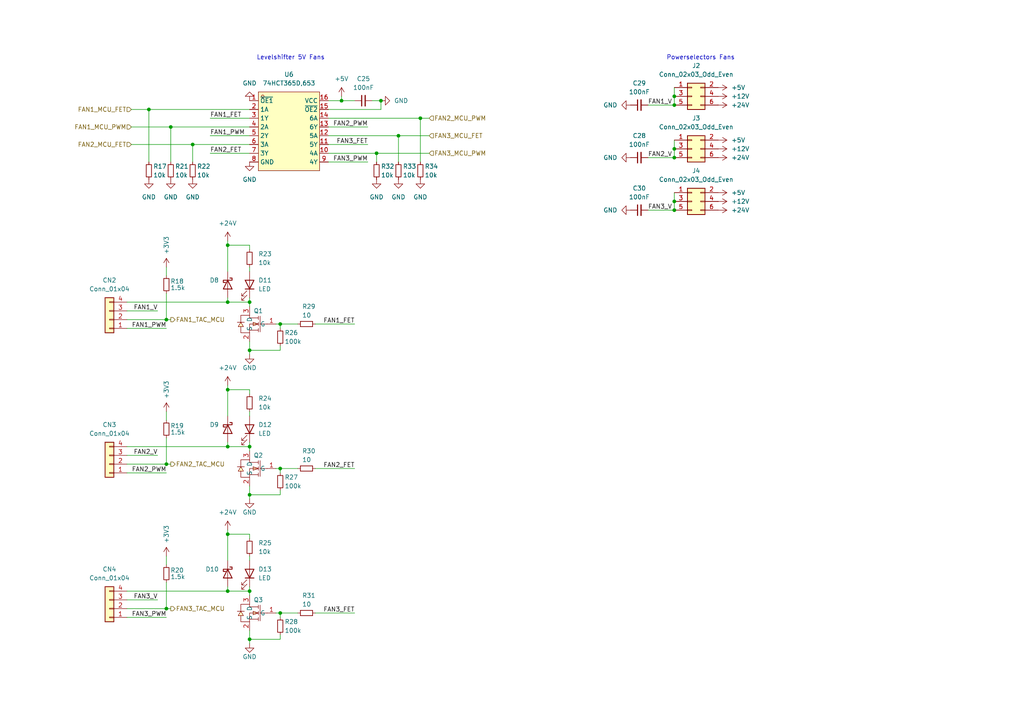
<source format=kicad_sch>
(kicad_sch (version 20250114) (generator "eeschema") (generator_version "9.0")
  (paper "A4")
  (lib_symbols
    (symbol "Connector_Generic:Conn_01x04" (pin_names (offset 1.016) (hide yes))
      (property "Reference" "J" (at 0 5.08 0))
      (property "Value" "Conn_01x04" (at 0 -7.62 0))
      (symbol "Conn_01x04_1_1"
        (rectangle (start -1.27 3.81) (end 1.27 -6.35) (stroke (width 0.254)) (fill (type background)))
        (rectangle (start -1.27 2.667) (end 0 2.413) (stroke (width 0.1524)))
        (rectangle (start -1.27 0.127) (end 0 -0.127) (stroke (width 0.1524)))
        (rectangle (start -1.27 -2.413) (end 0 -2.667) (stroke (width 0.1524)))
        (rectangle (start -1.27 -4.953) (end 0 -5.207) (stroke (width 0.1524)))
        (pin passive line (at -5.08 2.54 0) (length 3.81) (name "Pin_1") (number "1"))
        (pin passive line (at -5.08 0 0) (length 3.81) (name "Pin_2") (number "2"))
        (pin passive line (at -5.08 -2.54 0) (length 3.81) (name "Pin_3") (number "3"))
        (pin passive line (at -5.08 -5.08 0) (length 3.81) (name "Pin_4") (number "4"))
      )
    )
    (symbol "Connector_Generic:Conn_02x03_Odd_Even" (pin_names (offset 1.016) (hide yes))
      (property "Reference" "J" (at 1.27 5.08 0))
      (property "Value" "Conn_02x03_Odd_Even" (at 1.27 -5.08 0))
      (symbol "Conn_02x03_Odd_Even_1_1"
        (rectangle (start -1.27 3.81) (end 3.81 -3.81) (stroke (width 0.254)) (fill (type background)))
        (rectangle (start -1.27 2.667) (end 0 2.413) (stroke (width 0.1524)))
        (rectangle (start -1.27 0.127) (end 0 -0.127) (stroke (width 0.1524)))
        (rectangle (start -1.27 -2.413) (end 0 -2.667) (stroke (width 0.1524)))
        (rectangle (start 3.81 2.667) (end 2.54 2.413) (stroke (width 0.1524)))
        (rectangle (start 3.81 0.127) (end 2.54 -0.127) (stroke (width 0.1524)))
        (rectangle (start 3.81 -2.413) (end 2.54 -2.667) (stroke (width 0.1524)))
        (pin passive line (at -5.08 2.54 0) (length 3.81) (name "Pin_1") (number "1"))
        (pin passive line (at -5.08 0 0) (length 3.81) (name "Pin_3") (number "3"))
        (pin passive line (at -5.08 -2.54 0) (length 3.81) (name "Pin_5") (number "5"))
        (pin passive line (at 7.62 2.54 180) (length 3.81) (name "Pin_2") (number "2"))
        (pin passive line (at 7.62 0 180) (length 3.81) (name "Pin_4") (number "4"))
        (pin passive line (at 7.62 -2.54 180) (length 3.81) (name "Pin_6") (number "6"))
      )
    )
    (symbol "Device:C_Small" (pin_numbers (hide yes)) (pin_names (offset 0.254) (hide yes))
      (property "Reference" "C" (at 0.254 1.778 0))
      (property "Value" "C_Small" (at 0.254 -2.032 0))
      (symbol "C_Small_0_1"
        (polyline (pts (xy -1.524 0.508) (xy 1.524 0.508)) (stroke (width 0.3048)))
        (polyline (pts (xy -1.524 -0.508) (xy 1.524 -0.508)) (stroke (width 0.3302)))
      )
      (symbol "C_Small_1_1"
        (pin passive line (at 0 2.54 270) (length 2.032) (name "~") (number "1"))
        (pin passive line (at 0 -2.54 90) (length 2.032) (name "~") (number "2"))
      )
    )
    (symbol "Device:D_Schottky" (pin_numbers (hide yes)) (pin_names (offset 1.016) (hide yes))
      (property "Reference" "D" (at 0 2.54 0))
      (property "Value" "D_Schottky" (at 0 -2.54 0))
      (symbol "D_Schottky_0_1"
        (polyline (pts (xy -1.905 0.635) (xy -1.905 1.27) (xy -1.27 1.27) (xy -1.27 -1.27) (xy -0.635 -1.27) (xy -0.635 -0.635)) (stroke (width 0.254)))
        (polyline (pts (xy 1.27 1.27) (xy 1.27 -1.27) (xy -1.27 0) (xy 1.27 1.27)) (stroke (width 0.254)))
        (polyline (pts (xy 1.27 0) (xy -1.27 0)))
      )
      (symbol "D_Schottky_1_1"
        (pin passive line (at -3.81 0 0) (length 2.54) (name "K") (number "1"))
        (pin passive line (at 3.81 0 180) (length 2.54) (name "A") (number "2"))
      )
    )
    (symbol "Device:LED" (pin_numbers (hide yes)) (pin_names (offset 1.016) (hide yes))
      (property "Reference" "D" (at 0 2.54 0))
      (property "Value" "LED" (at 0 -2.54 0))
      (symbol "LED_0_1"
        (polyline (pts (xy -3.048 -0.762) (xy -4.572 -2.286) (xy -3.81 -2.286) (xy -4.572 -2.286) (xy -4.572 -1.524)))
        (polyline (pts (xy -1.778 -0.762) (xy -3.302 -2.286) (xy -2.54 -2.286) (xy -3.302 -2.286) (xy -3.302 -1.524)))
        (polyline (pts (xy -1.27 0) (xy 1.27 0)))
        (polyline (pts (xy -1.27 -1.27) (xy -1.27 1.27)) (stroke (width 0.254)))
        (polyline (pts (xy 1.27 -1.27) (xy 1.27 1.27) (xy -1.27 0) (xy 1.27 -1.27)) (stroke (width 0.254)))
      )
      (symbol "LED_1_1"
        (pin passive line (at -3.81 0 0) (length 2.54) (name "K") (number "1"))
        (pin passive line (at 3.81 0 180) (length 2.54) (name "A") (number "2"))
      )
    )
    (symbol "Device:R_Small" (pin_numbers (hide yes)) (pin_names (offset 0.254) (hide yes))
      (property "Reference" "R" (at 0.762 0.508 0))
      (property "Value" "R_Small" (at 0.762 -1.016 0))
      (symbol "R_Small_0_1"
        (rectangle (start -0.762 1.778) (end 0.762 -1.778) (stroke (width 0.2032)))
      )
      (symbol "R_Small_1_1"
        (pin passive line (at 0 2.54 270) (length 0.762) (name "~") (number "1"))
        (pin passive line (at 0 -2.54 90) (length 0.762) (name "~") (number "2"))
      )
    )
    (symbol "easyeda2kicad:74HCT365D,653"
      (property "Reference" "U" (at 0 13.97 0))
      (property "Value" "74HCT365D,653" (at 0 -13.97 0))
      (symbol "74HCT365D,653_0_1"
        (rectangle (start -8.89 11.43) (end 8.89 -11.43) (fill (type background)))
        (circle (center -7.62 10.16) (radius 0.38))
        (pin unspecified line (at -11.43 8.89 0) (length 2.54) (name "~{OE1}") (number "1"))
        (pin unspecified line (at -11.43 6.35 0) (length 2.54) (name "1A") (number "2"))
        (pin unspecified line (at -11.43 3.81 0) (length 2.54) (name "1Y") (number "3"))
        (pin unspecified line (at -11.43 1.27 0) (length 2.54) (name "2A") (number "4"))
        (pin unspecified line (at -11.43 -1.27 0) (length 2.54) (name "2Y") (number "5"))
        (pin unspecified line (at -11.43 -3.81 0) (length 2.54) (name "3A") (number "6"))
        (pin unspecified line (at -11.43 -6.35 0) (length 2.54) (name "3Y") (number "7"))
        (pin unspecified line (at -11.43 -8.89 0) (length 2.54) (name "GND") (number "8"))
        (pin unspecified line (at 11.43 8.89 180) (length 2.54) (name "VCC") (number "16"))
        (pin unspecified line (at 11.43 6.35 180) (length 2.54) (name "~{OE2}") (number "15"))
        (pin unspecified line (at 11.43 3.81 180) (length 2.54) (name "6A") (number "14"))
        (pin unspecified line (at 11.43 1.27 180) (length 2.54) (name "6Y") (number "13"))
        (pin unspecified line (at 11.43 -1.27 180) (length 2.54) (name "5A") (number "12"))
        (pin unspecified line (at 11.43 -3.81 180) (length 2.54) (name "5Y") (number "11"))
        (pin unspecified line (at 11.43 -6.35 180) (length 2.54) (name "4A") (number "10"))
        (pin unspecified line (at 11.43 -8.89 180) (length 2.54) (name "4Y") (number "9"))
      )
    )
    (symbol "easyeda2kicad:PNMT30V6"
      (property "Reference" "Q" (at 0 10.16 0))
      (property "Value" "PNMT30V6" (at 0 -10.16 0))
      (symbol "PNMT30V6_0_1"
        (polyline (pts (xy -5.08 0) (xy -3.05 0)))
        (polyline (pts (xy -3.05 2.29) (xy -3.05 -2.29)))
        (polyline (pts (xy -2.54 2.29) (xy -2.54 1.27)))
        (polyline (pts (xy -2.54 1.78) (xy 0 1.78) (xy 0 2.54) (xy 2.54 2.54) (xy 2.54 0.51)))
        (polyline (pts (xy -2.54 0) (xy -1.02 -0.51) (xy -1.02 0.51) (xy -2.54 0)) (fill (type background)))
        (polyline (pts (xy -2.54 0) (xy 0 0) (xy 0 -2.54) (xy 2.54 -2.54) (xy 2.54 -0.76)))
        (polyline (pts (xy -2.54 -0.51) (xy -2.54 0.51)))
        (polyline (pts (xy -2.54 -2.29) (xy -2.54 -1.27)))
        (polyline (pts (xy 0 -1.78) (xy -2.54 -1.78)))
        (polyline (pts (xy 2.54 0.51) (xy 1.78 -0.76) (xy 3.3 -0.76) (xy 2.54 0.51)) (fill (type background)))
        (polyline (pts (xy 3.56 0.51) (xy 3.05 0.51) (xy 2.03 0.51) (xy 1.52 0.51)))
        (pin unspecified line (at -7.62 0 0) (length 2.54) (name "G") (number "1"))
        (pin unspecified line (at 0 5.08 270) (length 2.54) (name "D") (number "3"))
        (pin unspecified line (at 0 -5.08 90) (length 2.54) (name "S") (number "2"))
      )
    )
    (symbol "power:+24V" (power) (pin_numbers (hide yes)) (pin_names (offset 0) (hide yes))
      (property "Value" "+24V" (at 0 3.556 0))
      (symbol "+24V_0_1"
        (polyline (pts (xy -0.762 1.27) (xy 0 2.54)))
        (polyline (pts (xy 0 2.54) (xy 0.762 1.27)))
        (polyline (pts (xy 0 0) (xy 0 2.54)))
      )
      (symbol "+24V_1_1"
        (pin power_in line (at 0 0 90) (length 0) (name "~") (number "1"))
      )
    )
    (symbol "power:+3V3" (power) (pin_names (offset 0))
      (property "Value" "+3V3" (at 0 3.556 0))
      (symbol "+3V3_0_1"
        (polyline (pts (xy -0.762 1.27) (xy 0 2.54)))
        (polyline (pts (xy 0 2.54) (xy 0.762 1.27)))
        (polyline (pts (xy 0 0) (xy 0 2.54)))
      )
      (symbol "+3V3_1_1"
        (pin power_in line (at 0 0 90) (length 0) (hide yes) (name "+3V3") (number "1"))
      )
    )
    (symbol "power:+5V" (power) (pin_names (offset 0))
      (property "Value" "+5V" (at 0 3.556 0))
      (symbol "+5V_0_1"
        (polyline (pts (xy -0.762 1.27) (xy 0 2.54)))
        (polyline (pts (xy 0 2.54) (xy 0.762 1.27)))
        (polyline (pts (xy 0 0) (xy 0 2.54)))
      )
      (symbol "+5V_1_1"
        (pin power_in line (at 0 0 90) (length 0) (hide yes) (name "+5V") (number "1"))
      )
    )
    (symbol "power:GND" (power) (pin_names (offset 0))
      (property "Value" "GND" (at 0 -3.81 0))
      (symbol "GND_0_1"
        (polyline (pts (xy 0 0) (xy 0 -1.27) (xy 1.27 -1.27) (xy 0 -2.54) (xy -1.27 -1.27) (xy 0 -1.27)))
      )
      (symbol "GND_1_1"
        (pin power_in line (at 0 0 270) (length 0) (hide yes) (name "GND") (number "1"))
      )
    )
  )
  (text "Powerselectors Fans" (at 193.294 17.526 0) (effects (font (size 1.27 1.27)) (justify left bottom)))
  (text "Levelshifter 5V Fans" (at 74.422 17.526 0) (effects (font (size 1.27 1.27)) (justify left bottom)))
  (junction (at 72.39 87.63))
  (junction (at 115.57 39.37))
  (junction (at 195.58 58.42))
  (junction (at 195.58 60.96))
  (junction (at 121.92 34.29))
  (junction (at 99.06 29.21))
  (junction (at 195.58 45.72))
  (junction (at 66.04 171.45))
  (junction (at 72.39 143.51))
  (junction (at 55.88 41.91))
  (junction (at 195.58 43.18))
  (junction (at 81.28 93.98))
  (junction (at 43.18 31.75))
  (junction (at 81.28 135.89))
  (junction (at 66.04 129.54))
  (junction (at 49.53 36.83))
  (junction (at 110.49 29.21))
  (junction (at 72.39 185.42))
  (junction (at 81.28 177.8))
  (junction (at 66.04 154.94))
  (junction (at 66.04 87.63))
  (junction (at 48.26 134.62))
  (junction (at 48.26 92.71))
  (junction (at 48.26 176.53))
  (junction (at 195.58 27.94))
  (junction (at 72.39 171.45))
  (junction (at 66.04 71.12))
  (junction (at 72.39 129.54))
  (junction (at 109.22 44.45))
  (junction (at 72.39 101.6))
  (junction (at 195.58 30.48))
  (junction (at 66.04 113.03))
  (wire (pts (xy 66.04 128.27) (xy 66.04 129.54)))
  (wire (pts (xy 195.58 55.88) (xy 195.58 58.42)))
  (wire (pts (xy 38.1 31.75) (xy 43.18 31.75)))
  (wire (pts (xy 55.88 41.91) (xy 72.39 41.91)))
  (wire (pts (xy 72.39 182.88) (xy 72.39 185.42)))
  (wire (pts (xy 72.39 140.97) (xy 72.39 143.51)))
  (wire (pts (xy 72.39 87.63) (xy 72.39 88.9)))
  (wire (pts (xy 99.06 27.94) (xy 99.06 29.21)))
  (wire (pts (xy 48.26 127) (xy 48.26 134.62)))
  (wire (pts (xy 48.26 176.53) (xy 49.53 176.53)))
  (wire (pts (xy 36.83 129.54) (xy 66.04 129.54)))
  (wire (pts (xy 66.04 71.12) (xy 66.04 78.74)))
  (wire (pts (xy 107.95 29.21) (xy 110.49 29.21)))
  (wire (pts (xy 195.58 25.4) (xy 195.58 27.94)))
  (wire (pts (xy 95.25 31.75) (xy 110.49 31.75)))
  (wire (pts (xy 66.04 170.18) (xy 66.04 171.45)))
  (wire (pts (xy 81.28 179.07) (xy 81.28 177.8)))
  (wire (pts (xy 38.1 41.91) (xy 55.88 41.91)))
  (wire (pts (xy 72.39 86.36) (xy 72.39 87.63)))
  (wire (pts (xy 81.28 177.8) (xy 80.01 177.8)))
  (wire (pts (xy 48.26 161.29) (xy 48.26 163.83)))
  (wire (pts (xy 60.96 34.29) (xy 72.39 34.29)))
  (wire (pts (xy 95.25 44.45) (xy 109.22 44.45)))
  (wire (pts (xy 60.96 39.37) (xy 72.39 39.37)))
  (wire (pts (xy 72.39 129.54) (xy 72.39 130.81)))
  (wire (pts (xy 66.04 69.85) (xy 66.04 71.12)))
  (wire (pts (xy 49.53 36.83) (xy 72.39 36.83)))
  (wire (pts (xy 81.28 137.16) (xy 81.28 135.89)))
  (wire (pts (xy 36.83 179.07) (xy 48.26 179.07)))
  (wire (pts (xy 36.83 134.62) (xy 48.26 134.62)))
  (wire (pts (xy 36.83 87.63) (xy 66.04 87.63)))
  (wire (pts (xy 72.39 156.21) (xy 72.39 154.94)))
  (wire (pts (xy 110.49 31.75) (xy 110.49 29.21)))
  (wire (pts (xy 121.92 34.29) (xy 121.92 46.99)))
  (wire (pts (xy 121.92 34.29) (xy 124.46 34.29)))
  (wire (pts (xy 66.04 111.76) (xy 66.04 113.03)))
  (wire (pts (xy 115.57 39.37) (xy 115.57 46.99)))
  (wire (pts (xy 66.04 86.36) (xy 66.04 87.63)))
  (wire (pts (xy 72.39 72.39) (xy 72.39 71.12)))
  (wire (pts (xy 49.53 36.83) (xy 49.53 46.99)))
  (wire (pts (xy 91.44 177.8) (xy 102.87 177.8)))
  (wire (pts (xy 81.28 135.89) (xy 80.01 135.89)))
  (wire (pts (xy 66.04 171.45) (xy 72.39 171.45)))
  (wire (pts (xy 81.28 93.98) (xy 86.36 93.98)))
  (wire (pts (xy 72.39 78.74) (xy 72.39 77.47)))
  (wire (pts (xy 195.58 27.94) (xy 195.58 30.48)))
  (wire (pts (xy 72.39 162.56) (xy 72.39 161.29)))
  (wire (pts (xy 99.06 29.21) (xy 102.87 29.21)))
  (wire (pts (xy 36.83 176.53) (xy 48.26 176.53)))
  (wire (pts (xy 109.22 44.45) (xy 124.46 44.45)))
  (wire (pts (xy 38.1 36.83) (xy 49.53 36.83)))
  (wire (pts (xy 95.25 36.83) (xy 106.68 36.83)))
  (wire (pts (xy 48.26 119.38) (xy 48.26 121.92)))
  (wire (pts (xy 95.25 46.99) (xy 106.68 46.99)))
  (wire (pts (xy 72.39 143.51) (xy 81.28 143.51)))
  (wire (pts (xy 55.88 41.91) (xy 55.88 46.99)))
  (wire (pts (xy 43.18 31.75) (xy 43.18 46.99)))
  (wire (pts (xy 66.04 153.67) (xy 66.04 154.94)))
  (wire (pts (xy 81.28 143.51) (xy 81.28 142.24)))
  (wire (pts (xy 48.26 168.91) (xy 48.26 176.53)))
  (wire (pts (xy 95.25 41.91) (xy 106.68 41.91)))
  (wire (pts (xy 72.39 101.6) (xy 81.28 101.6)))
  (wire (pts (xy 115.57 39.37) (xy 124.46 39.37)))
  (wire (pts (xy 81.28 93.98) (xy 80.01 93.98)))
  (wire (pts (xy 195.58 40.64) (xy 195.58 43.18)))
  (wire (pts (xy 91.44 135.89) (xy 102.87 135.89)))
  (wire (pts (xy 72.39 143.51) (xy 72.39 144.78)))
  (wire (pts (xy 48.26 77.47) (xy 48.26 80.01)))
  (wire (pts (xy 95.25 39.37) (xy 115.57 39.37)))
  (wire (pts (xy 36.83 92.71) (xy 48.26 92.71)))
  (wire (pts (xy 66.04 154.94) (xy 72.39 154.94)))
  (wire (pts (xy 66.04 71.12) (xy 72.39 71.12)))
  (wire (pts (xy 81.28 177.8) (xy 86.36 177.8)))
  (wire (pts (xy 72.39 171.45) (xy 72.39 172.72)))
  (wire (pts (xy 36.83 173.99) (xy 45.72 173.99)))
  (wire (pts (xy 95.25 34.29) (xy 121.92 34.29)))
  (wire (pts (xy 36.83 137.16) (xy 48.26 137.16)))
  (wire (pts (xy 187.96 45.72) (xy 195.58 45.72)))
  (wire (pts (xy 66.04 129.54) (xy 72.39 129.54)))
  (wire (pts (xy 48.26 85.09) (xy 48.26 92.71)))
  (wire (pts (xy 95.25 29.21) (xy 99.06 29.21)))
  (wire (pts (xy 81.28 101.6) (xy 81.28 100.33)))
  (wire (pts (xy 187.96 60.96) (xy 195.58 60.96)))
  (wire (pts (xy 72.39 128.27) (xy 72.39 129.54)))
  (wire (pts (xy 195.58 58.42) (xy 195.58 60.96)))
  (wire (pts (xy 72.39 170.18) (xy 72.39 171.45)))
  (wire (pts (xy 48.26 92.71) (xy 49.53 92.71)))
  (wire (pts (xy 36.83 171.45) (xy 66.04 171.45)))
  (wire (pts (xy 91.44 93.98) (xy 102.87 93.98)))
  (wire (pts (xy 187.96 30.48) (xy 195.58 30.48)))
  (wire (pts (xy 66.04 113.03) (xy 72.39 113.03)))
  (wire (pts (xy 81.28 185.42) (xy 81.28 184.15)))
  (wire (pts (xy 66.04 113.03) (xy 66.04 120.65)))
  (wire (pts (xy 36.83 132.08) (xy 45.72 132.08)))
  (wire (pts (xy 109.22 44.45) (xy 109.22 46.99)))
  (wire (pts (xy 72.39 114.3) (xy 72.39 113.03)))
  (wire (pts (xy 66.04 87.63) (xy 72.39 87.63)))
  (wire (pts (xy 81.28 95.25) (xy 81.28 93.98)))
  (wire (pts (xy 72.39 120.65) (xy 72.39 119.38)))
  (wire (pts (xy 66.04 154.94) (xy 66.04 162.56)))
  (wire (pts (xy 36.83 90.17) (xy 45.72 90.17)))
  (wire (pts (xy 81.28 135.89) (xy 86.36 135.89)))
  (wire (pts (xy 72.39 101.6) (xy 72.39 102.87)))
  (wire (pts (xy 72.39 185.42) (xy 72.39 186.69)))
  (wire (pts (xy 195.58 43.18) (xy 195.58 45.72)))
  (wire (pts (xy 36.83 95.25) (xy 48.26 95.25)))
  (wire (pts (xy 48.26 134.62) (xy 49.53 134.62)))
  (wire (pts (xy 72.39 99.06) (xy 72.39 101.6)))
  (wire (pts (xy 43.18 31.75) (xy 72.39 31.75)))
  (wire (pts (xy 60.96 44.45) (xy 72.39 44.45)))
  (wire (pts (xy 72.39 185.42) (xy 81.28 185.42)))
  (label "FAN3_PWM" (at 106.68 46.99 180))
  (label "FAN3_PWM" (at 48.26 179.07 180))
  (label "FAN1_V" (at 187.96 30.48 0))
  (label "FAN2_PWM" (at 48.26 137.16 180))
  (label "FAN3_V" (at 45.72 173.99 180))
  (label "FAN3_FET" (at 106.68 41.91 180))
  (label "FAN1_FET" (at 102.87 93.98 180))
  (label "FAN2_FET" (at 102.87 135.89 180))
  (label "FAN2_PWM" (at 106.68 36.83 180))
  (label "FAN1_V" (at 45.72 90.17 180))
  (label "FAN1_FET" (at 60.96 34.29 0))
  (label "FAN3_FET" (at 102.87 177.8 180))
  (label "FAN2_V" (at 45.72 132.08 180))
  (label "FAN1_PWM" (at 60.96 39.37 0))
  (label "FAN2_FET" (at 60.96 44.45 0))
  (label "FAN2_V" (at 187.96 45.72 0))
  (label "FAN1_PWM" (at 48.26 95.25 180))
  (label "FAN3_V" (at 187.96 60.96 0))
  (hierarchical_label "FAN1_MCU_FET" (shape input) (at 38.1 31.75 180))
  (hierarchical_label "FAN1_MCU_PWM" (shape input) (at 38.1 36.83 180))
  (hierarchical_label "FAN3_TAC_MCU" (shape output) (at 49.53 176.53 0))
  (hierarchical_label "FAN2_MCU_FET" (shape input) (at 38.1 41.91 180))
  (hierarchical_label "FAN3_MCU_PWM" (shape input) (at 124.46 44.45 0))
  (hierarchical_label "FAN3_MCU_FET" (shape input) (at 124.46 39.37 0))
  (hierarchical_label "FAN2_MCU_PWM" (shape input) (at 124.46 34.29 0))
  (hierarchical_label "FAN1_TAC_MCU" (shape output) (at 49.53 92.71 0))
  (hierarchical_label "FAN2_TAC_MCU" (shape output) (at 49.53 134.62 0))
  (symbol (lib_id "power:+24V") (at 66.04 69.85 0) (mirror y) (unit 1)
    (property "Reference" "#PWR060" (effects (hide yes)))
    (property "Value" "+24V" (at 66.04 64.77 0))
  )
  (symbol (lib_id "Device:R_Small") (at 88.9 135.89 270) (unit 1)
    (property "Reference" "R30" (at 87.63 130.81 90) (effects (justify left)))
    (property "Value" "10" (at 87.63 133.35 90) (effects (justify left)))
    (property "Footprint" "Resistor_SMD:R_0402_1005Metric" (effects (hide yes)))
  )
  (symbol (lib_id "Connector_Generic:Conn_02x03_Odd_Even") (at 200.66 27.94 0) (unit 1)
    (property "Reference" "J2" (at 201.93 19.05 0))
    (property "Value" "Conn_02x03_Odd_Even" (at 201.93 21.59 0))
    (property "Footprint" "Connector_PinHeader_1.27mm:PinHeader_2x03_P1.27mm_Vertical" (effects (hide yes)))
    (property "Description" "Generic connector, double row, 02x03, odd/even pin numbering scheme (row 1 odd numbers, row 2 even numbers), script generated (kicad-library-utils/schlib/autogen/connector/)" (effects (hide yes)))
  )
  (symbol (lib_id "easyeda2kicad:PNMT30V6") (at 72.39 135.89 0) (mirror y) (unit 1)
    (property "Reference" "Q2" (at 74.93 132.08 0))
    (property "Value" "PNMT30V6" (effects (hide yes)))
    (property "Footprint" "easyeda2kicad:SOT-23-3_L2.9-W1.6-P1.90-LS2.8-BR" (effects (hide yes)))
    (property "Datasheet" "https://lcsc.com/product-detail/MOSFET_Shanghai-Prisemi-Elec-PNMT30V6_C110716.html" (effects (hide yes)))
    (property "LCSC Part" "C110716" (effects (hide yes)))
  )
  (symbol (lib_id "Device:R_Small") (at 121.92 49.53 0) (unit 1)
    (property "Reference" "R34" (at 123.19 48.26 0) (effects (justify left)))
    (property "Value" "10k" (at 123.19 50.8 0) (effects (justify left)))
    (property "Footprint" "Resistor_SMD:R_0402_1005Metric" (effects (hide yes)))
  )
  (symbol (lib_id "power:+24V") (at 208.28 60.96 270) (unit 1)
    (property "Reference" "#PWR081" (effects (hide yes)))
    (property "Value" "+24V" (at 212.09 60.9599 90) (effects (justify left)))
    (property "Description" "Power symbol creates a global label with name \"+24V\"" (effects (hide yes)))
  )
  (symbol (lib_id "Device:R_Small") (at 55.88 49.53 0) (unit 1)
    (property "Reference" "R22" (at 57.15 48.26 0) (effects (justify left)))
    (property "Value" "10k" (at 57.15 50.8 0) (effects (justify left)))
    (property "Footprint" "Resistor_SMD:R_0402_1005Metric" (effects (hide yes)))
  )
  (symbol (lib_id "power:GND") (at 110.49 29.21 90) (unit 1)
    (property "Reference" "#PWR070" (effects (hide yes)))
    (property "Value" "GND" (at 114.3 29.21 90) (effects (justify right)))
  )
  (symbol (lib_id "Device:R_Small") (at 88.9 177.8 270) (unit 1)
    (property "Reference" "R31" (at 87.63 172.72 90) (effects (justify left)))
    (property "Value" "10" (at 87.63 175.26 90) (effects (justify left)))
    (property "Footprint" "Resistor_SMD:R_0402_1005Metric" (effects (hide yes)))
  )
  (symbol (lib_id "Device:LED") (at 72.39 166.37 270) (mirror x) (unit 1)
    (property "Reference" "D13" (at 74.93 165.1 90) (effects (justify left)))
    (property "Value" "LED" (at 74.93 167.64 90) (effects (justify left)))
    (property "Footprint" "LED_SMD:LED_0603_1608Metric" (effects (hide yes)))
  )
  (symbol (lib_id "power:GND") (at 182.88 60.96 270) (unit 1)
    (property "Reference" "#PWR090" (effects (hide yes)))
    (property "Value" "GND" (at 179.07 60.9599 90) (effects (justify right)))
  )
  (symbol (lib_id "Device:R_Small") (at 48.26 166.37 180) (unit 1)
    (property "Reference" "R20" (at 53.3401 165.4089 0) (effects (justify left)))
    (property "Value" "1.5k" (at 53.7176 167.2966 0) (effects (justify left)))
    (property "Footprint" "Resistor_SMD:R_0402_1005Metric" (effects (hide yes)))
  )
  (symbol (lib_id "power:GND") (at 182.88 30.48 270) (unit 1)
    (property "Reference" "#PWR092" (effects (hide yes)))
    (property "Value" "GND" (at 179.07 30.4799 90) (effects (justify right)))
  )
  (symbol (lib_id "Device:R_Small") (at 81.28 181.61 0) (mirror y) (unit 1)
    (property "Reference" "R28" (at 82.55 180.34 0) (effects (justify right)))
    (property "Value" "100k" (at 82.55 182.88 0) (effects (justify right)))
    (property "Footprint" "Resistor_SMD:R_0402_1005Metric" (effects (hide yes)))
  )
  (symbol (lib_id "easyeda2kicad:PNMT30V6") (at 72.39 93.98 0) (mirror y) (unit 1)
    (property "Reference" "Q1" (at 74.93 90.17 0))
    (property "Value" "PNMT30V6" (effects (hide yes)))
    (property "Footprint" "easyeda2kicad:SOT-23-3_L2.9-W1.6-P1.90-LS2.8-BR" (effects (hide yes)))
    (property "Datasheet" "https://lcsc.com/product-detail/MOSFET_Shanghai-Prisemi-Elec-PNMT30V6_C110716.html" (effects (hide yes)))
    (property "LCSC Part" "C110716" (effects (hide yes)))
  )
  (symbol (lib_id "power:+24V") (at 208.28 45.72 270) (unit 1)
    (property "Reference" "#PWR078" (effects (hide yes)))
    (property "Value" "+24V" (at 212.09 45.7199 90) (effects (justify left)))
    (property "Description" "Power symbol creates a global label with name \"+24V\"" (effects (hide yes)))
  )
  (symbol (lib_id "Device:C_Small") (at 105.41 29.21 90) (unit 1)
    (property "Reference" "C25" (at 105.4163 22.86 90))
    (property "Value" "100nF" (at 105.4163 25.4 90))
    (property "Footprint" "Capacitor_SMD:C_0402_1005Metric" (effects (hide yes)))
  )
  (symbol (lib_id "Connector_Generic:Conn_01x04") (at 31.75 176.53 180) (unit 1)
    (property "Reference" "CN4" (at 31.75 165.1 0))
    (property "Value" "Conn_01x04" (at 31.75 167.64 0))
    (property "Footprint" "Connector_JST:JST_XH_B4B-XH-A_1x04_P2.50mm_Vertical" (effects (hide yes)))
    (property "Description" "Generic connector, single row, 01x04, script generated (kicad-library-utils/schlib/autogen/connector/)" (effects (hide yes)))
  )
  (symbol (lib_id "power:+5V") (at 208.28 25.4 270) (unit 1)
    (property "Reference" "#PWR073" (effects (hide yes)))
    (property "Value" "+5V" (at 212.09 25.3999 90) (effects (justify left)))
  )
  (symbol (lib_id "Connector_Generic:Conn_02x03_Odd_Even") (at 200.66 43.18 0) (unit 1)
    (property "Reference" "J3" (at 201.93 34.29 0))
    (property "Value" "Conn_02x03_Odd_Even" (at 201.93 36.83 0))
    (property "Footprint" "Connector_PinHeader_1.27mm:PinHeader_2x03_P1.27mm_Vertical" (effects (hide yes)))
    (property "Description" "Generic connector, double row, 02x03, odd/even pin numbering scheme (row 1 odd numbers, row 2 even numbers), script generated (kicad-library-utils/schlib/autogen/connector/)" (effects (hide yes)))
  )
  (symbol (lib_id "power:+3V3") (at 48.26 77.47 0) (unit 1)
    (property "Reference" "#PWR055" (effects (hide yes)))
    (property "Value" "+3V3" (at 48.26 71.12 90))
  )
  (symbol (lib_id "Connector_Generic:Conn_02x03_Odd_Even") (at 200.66 58.42 0) (unit 1)
    (property "Reference" "J4" (at 201.93 49.53 0))
    (property "Value" "Conn_02x03_Odd_Even" (at 201.93 52.07 0))
    (property "Footprint" "Connector_PinHeader_1.27mm:PinHeader_2x03_P1.27mm_Vertical" (effects (hide yes)))
    (property "Description" "Generic connector, double row, 02x03, odd/even pin numbering scheme (row 1 odd numbers, row 2 even numbers), script generated (kicad-library-utils/schlib/autogen/connector/)" (effects (hide yes)))
  )
  (symbol (lib_id "power:GND") (at 109.22 52.07 0) (unit 1)
    (property "Reference" "#PWR069" (effects (hide yes)))
    (property "Value" "GND" (at 109.22 57.15 0))
  )
  (symbol (lib_id "power:+24V") (at 208.28 58.42 270) (unit 1)
    (property "Reference" "#PWR080" (effects (hide yes)))
    (property "Value" "+12V" (at 212.09 58.4199 90) (effects (justify left)))
    (property "Description" "Power symbol creates a global label with name \"+24V\"" (effects (hide yes)))
  )
  (symbol (lib_id "Device:LED") (at 72.39 124.46 270) (mirror x) (unit 1)
    (property "Reference" "D12" (at 74.93 123.19 90) (effects (justify left)))
    (property "Value" "LED" (at 74.93 125.73 90) (effects (justify left)))
    (property "Footprint" "LED_SMD:LED_0603_1608Metric" (effects (hide yes)))
  )
  (symbol (lib_id "Device:R_Small") (at 81.28 139.7 0) (mirror y) (unit 1)
    (property "Reference" "R27" (at 82.55 138.43 0) (effects (justify right)))
    (property "Value" "100k" (at 82.55 140.97 0) (effects (justify right)))
    (property "Footprint" "Resistor_SMD:R_0402_1005Metric" (effects (hide yes)))
  )
  (symbol (lib_id "Connector_Generic:Conn_01x04") (at 31.75 92.71 180) (unit 1)
    (property "Reference" "CN2" (at 31.75 81.28 0))
    (property "Value" "Conn_01x04" (at 31.75 83.82 0))
    (property "Footprint" "Connector_JST:JST_XH_B4B-XH-A_1x04_P2.50mm_Vertical" (effects (hide yes)))
    (property "Description" "Generic connector, single row, 01x04, script generated (kicad-library-utils/schlib/autogen/connector/)" (effects (hide yes)))
  )
  (symbol (lib_id "Device:R_Small") (at 72.39 74.93 0) (mirror y) (unit 1)
    (property "Reference" "R23" (at 74.93 73.66 0) (effects (justify right)))
    (property "Value" "10k" (at 74.93 76.2 0) (effects (justify right)))
    (property "Footprint" "Resistor_SMD:R_0402_1005Metric" (effects (hide yes)))
  )
  (symbol (lib_id "power:+24V") (at 66.04 153.67 0) (mirror y) (unit 1)
    (property "Reference" "#PWR062" (effects (hide yes)))
    (property "Value" "+24V" (at 66.04 148.59 0))
  )
  (symbol (lib_id "power:+5V") (at 208.28 55.88 270) (unit 1)
    (property "Reference" "#PWR079" (effects (hide yes)))
    (property "Value" "+5V" (at 212.09 55.8799 90) (effects (justify left)))
  )
  (symbol (lib_id "Device:C_Small") (at 185.42 30.48 90) (unit 1)
    (property "Reference" "C29" (at 185.4263 24.13 90))
    (property "Value" "100nF" (at 185.4263 26.67 90))
    (property "Footprint" "Capacitor_SMD:C_0402_1005Metric" (effects (hide yes)))
  )
  (symbol (lib_id "Device:D_Schottky") (at 66.04 82.55 270) (unit 1)
    (property "Reference" "D8" (at 63.5 81.28 90) (effects (justify right)))
    (property "Value" "D_Schottky" (effects (hide yes)))
    (property "Footprint" "Diode_SMD:D_SMA" (effects (hide yes)))
  )
  (symbol (lib_id "Device:D_Schottky") (at 66.04 166.37 270) (unit 1)
    (property "Reference" "D10" (at 63.5 165.1 90) (effects (justify right)))
    (property "Value" "D_Schottky" (effects (hide yes)))
    (property "Footprint" "Diode_SMD:D_SMA" (effects (hide yes)))
  )
  (symbol (lib_id "power:+24V") (at 66.04 111.76 0) (mirror y) (unit 1)
    (property "Reference" "#PWR061" (effects (hide yes)))
    (property "Value" "+24V" (at 66.04 106.68 0))
  )
  (symbol (lib_id "Device:R_Small") (at 115.57 49.53 0) (unit 1)
    (property "Reference" "R33" (at 116.84 48.26 0) (effects (justify left)))
    (property "Value" "10k" (at 116.84 50.8 0) (effects (justify left)))
    (property "Footprint" "Resistor_SMD:R_0402_1005Metric" (effects (hide yes)))
  )
  (symbol (lib_id "Device:R_Small") (at 48.26 124.46 180) (unit 1)
    (property "Reference" "R19" (at 53.3401 123.4989 0) (effects (justify left)))
    (property "Value" "1.5k" (at 53.7176 125.3866 0) (effects (justify left)))
    (property "Footprint" "Resistor_SMD:R_0402_1005Metric" (effects (hide yes)))
  )
  (symbol (lib_id "easyeda2kicad:PNMT30V6") (at 72.39 177.8 0) (mirror y) (unit 1)
    (property "Reference" "Q3" (at 74.93 173.99 0))
    (property "Value" "PNMT30V6" (effects (hide yes)))
    (property "Footprint" "easyeda2kicad:SOT-23-3_L2.9-W1.6-P1.90-LS2.8-BR" (effects (hide yes)))
    (property "Datasheet" "https://lcsc.com/product-detail/MOSFET_Shanghai-Prisemi-Elec-PNMT30V6_C110716.html" (effects (hide yes)))
    (property "LCSC Part" "C110716" (effects (hide yes)))
  )
  (symbol (lib_id "Device:R_Small") (at 109.22 49.53 0) (unit 1)
    (property "Reference" "R32" (at 110.49 48.26 0) (effects (justify left)))
    (property "Value" "10k" (at 110.49 50.8 0) (effects (justify left)))
    (property "Footprint" "Resistor_SMD:R_0402_1005Metric" (effects (hide yes)))
  )
  (symbol (lib_id "power:+5V") (at 208.28 40.64 270) (unit 1)
    (property "Reference" "#PWR076" (effects (hide yes)))
    (property "Value" "+5V" (at 212.09 40.6399 90) (effects (justify left)))
  )
  (symbol (lib_id "Device:R_Small") (at 88.9 93.98 270) (unit 1)
    (property "Reference" "R29" (at 87.63 88.9 90) (effects (justify left)))
    (property "Value" "10" (at 87.63 91.44 90) (effects (justify left)))
    (property "Footprint" "Resistor_SMD:R_0402_1005Metric" (effects (hide yes)))
  )
  (symbol (lib_id "Device:R_Small") (at 81.28 97.79 0) (mirror y) (unit 1)
    (property "Reference" "R26" (at 82.55 96.52 0) (effects (justify right)))
    (property "Value" "100k" (at 82.55 99.06 0) (effects (justify right)))
    (property "Footprint" "Resistor_SMD:R_0402_1005Metric" (effects (hide yes)))
  )
  (symbol (lib_id "Device:R_Small") (at 72.39 158.75 0) (mirror y) (unit 1)
    (property "Reference" "R25" (at 74.93 157.48 0) (effects (justify right)))
    (property "Value" "10k" (at 74.93 160.02 0) (effects (justify right)))
    (property "Footprint" "Resistor_SMD:R_0402_1005Metric" (effects (hide yes)))
  )
  (symbol (lib_id "power:GND") (at 72.39 144.78 0) (mirror y) (unit 1)
    (property "Reference" "#PWR066" (effects (hide yes)))
    (property "Value" "GND" (at 72.39 148.59 0))
  )
  (symbol (lib_id "power:GND") (at 55.88 52.07 0) (unit 1)
    (property "Reference" "#PWR059" (effects (hide yes)))
    (property "Value" "GND" (at 55.88 57.15 0))
  )
  (symbol (lib_id "power:GND") (at 72.39 29.21 180) (unit 1)
    (property "Reference" "#PWR063" (effects (hide yes)))
    (property "Value" "GND" (at 72.39 24.13 0))
  )
  (symbol (lib_id "easyeda2kicad:74HCT365D,653") (at 83.82 38.1 0) (unit 1)
    (property "Reference" "U6" (at 83.82 21.59 0))
    (property "Value" "74HCT365D,653" (at 83.82 24.13 0))
    (property "Footprint" "easyeda2kicad:SOP-16_L10.0-W3.9-P1.27-LS6.0-BL" (effects (hide yes)))
    (property "Datasheet" "https://lcsc.com/product-detail/presales_Nexperia-74HCT365D-653_C547597.html" (effects (hide yes)))
    (property "LCSC Part" "C547597" (effects (hide yes)))
  )
  (symbol (lib_id "power:+24V") (at 208.28 43.18 270) (unit 1)
    (property "Reference" "#PWR077" (effects (hide yes)))
    (property "Value" "+12V" (at 212.09 43.1799 90) (effects (justify left)))
    (property "Description" "Power symbol creates a global label with name \"+24V\"" (effects (hide yes)))
  )
  (symbol (lib_id "Connector_Generic:Conn_01x04") (at 31.75 134.62 180) (unit 1)
    (property "Reference" "CN3" (at 31.75 123.19 0))
    (property "Value" "Conn_01x04" (at 31.75 125.73 0))
    (property "Footprint" "Connector_JST:JST_XH_B4B-XH-A_1x04_P2.50mm_Vertical" (effects (hide yes)))
    (property "Description" "Generic connector, single row, 01x04, script generated (kicad-library-utils/schlib/autogen/connector/)" (effects (hide yes)))
  )
  (symbol (lib_id "Device:R_Small") (at 72.39 116.84 0) (mirror y) (unit 1)
    (property "Reference" "R24" (at 74.93 115.57 0) (effects (justify right)))
    (property "Value" "10k" (at 74.93 118.11 0) (effects (justify right)))
    (property "Footprint" "Resistor_SMD:R_0402_1005Metric" (effects (hide yes)))
  )
  (symbol (lib_id "power:+24V") (at 208.28 27.94 270) (unit 1)
    (property "Reference" "#PWR074" (effects (hide yes)))
    (property "Value" "+12V" (at 212.09 27.9399 90) (effects (justify left)))
    (property "Description" "Power symbol creates a global label with name \"+24V\"" (effects (hide yes)))
  )
  (symbol (lib_id "power:GND") (at 121.92 52.07 0) (unit 1)
    (property "Reference" "#PWR072" (effects (hide yes)))
    (property "Value" "GND" (at 121.92 57.15 0))
  )
  (symbol (lib_id "power:GND") (at 182.88 45.72 270) (unit 1)
    (property "Reference" "#PWR091" (effects (hide yes)))
    (property "Value" "GND" (at 179.07 45.7199 90) (effects (justify right)))
  )
  (symbol (lib_id "power:+24V") (at 208.28 30.48 270) (unit 1)
    (property "Reference" "#PWR075" (effects (hide yes)))
    (property "Value" "+24V" (at 212.09 30.4799 90) (effects (justify left)))
    (property "Description" "Power symbol creates a global label with name \"+24V\"" (effects (hide yes)))
  )
  (symbol (lib_id "Device:C_Small") (at 185.42 60.96 90) (unit 1)
    (property "Reference" "C30" (at 185.4263 54.61 90))
    (property "Value" "100nF" (at 185.4263 57.15 90))
    (property "Footprint" "Capacitor_SMD:C_0402_1005Metric" (effects (hide yes)))
  )
  (symbol (lib_id "power:+3V3") (at 48.26 161.29 0) (unit 1)
    (property "Reference" "#PWR057" (effects (hide yes)))
    (property "Value" "+3V3" (at 48.26 154.94 90))
  )
  (symbol (lib_id "power:GND") (at 115.57 52.07 0) (unit 1)
    (property "Reference" "#PWR071" (effects (hide yes)))
    (property "Value" "GND" (at 115.57 57.15 0))
  )
  (symbol (lib_id "power:GND") (at 72.39 46.99 0) (unit 1)
    (property "Reference" "#PWR064" (effects (hide yes)))
    (property "Value" "GND" (at 72.39 52.07 0))
  )
  (symbol (lib_id "power:+5V") (at 99.06 27.94 0) (unit 1)
    (property "Reference" "#PWR068" (effects (hide yes)))
    (property "Value" "+5V" (at 99.06 22.86 0))
  )
  (symbol (lib_id "power:GND") (at 49.53 52.07 0) (unit 1)
    (property "Reference" "#PWR058" (effects (hide yes)))
    (property "Value" "GND" (at 49.53 57.15 0))
  )
  (symbol (lib_id "power:GND") (at 43.18 52.07 0) (unit 1)
    (property "Reference" "#PWR054" (effects (hide yes)))
    (property "Value" "GND" (at 43.18 57.15 0))
  )
  (symbol (lib_id "Device:C_Small") (at 185.42 45.72 90) (unit 1)
    (property "Reference" "C28" (at 185.4263 39.37 90))
    (property "Value" "100nF" (at 185.4263 41.91 90))
    (property "Footprint" "Capacitor_SMD:C_0402_1005Metric" (effects (hide yes)))
  )
  (symbol (lib_id "Device:R_Small") (at 43.18 49.53 0) (unit 1)
    (property "Reference" "R17" (at 44.45 48.26 0) (effects (justify left)))
    (property "Value" "10k" (at 44.45 50.8 0) (effects (justify left)))
    (property "Footprint" "Resistor_SMD:R_0402_1005Metric" (effects (hide yes)))
  )
  (symbol (lib_id "Device:LED") (at 72.39 82.55 270) (mirror x) (unit 1)
    (property "Reference" "D11" (at 74.93 81.28 90) (effects (justify left)))
    (property "Value" "LED" (at 74.93 83.82 90) (effects (justify left)))
    (property "Footprint" "LED_SMD:LED_0603_1608Metric" (effects (hide yes)))
  )
  (symbol (lib_id "Device:R_Small") (at 49.53 49.53 0) (unit 1)
    (property "Reference" "R21" (at 50.8 48.26 0) (effects (justify left)))
    (property "Value" "10k" (at 50.8 50.8 0) (effects (justify left)))
    (property "Footprint" "Resistor_SMD:R_0402_1005Metric" (effects (hide yes)))
  )
  (symbol (lib_id "power:+3V3") (at 48.26 119.38 0) (unit 1)
    (property "Reference" "#PWR056" (effects (hide yes)))
    (property "Value" "+3V3" (at 48.26 113.03 90))
  )
  (symbol (lib_id "power:GND") (at 72.39 186.69 0) (mirror y) (unit 1)
    (property "Reference" "#PWR067" (effects (hide yes)))
    (property "Value" "GND" (at 72.39 190.5 0))
  )
  (symbol (lib_id "power:GND") (at 72.39 102.87 0) (mirror y) (unit 1)
    (property "Reference" "#PWR065" (effects (hide yes)))
    (property "Value" "GND" (at 72.39 106.68 0))
  )
  (symbol (lib_id "Device:D_Schottky") (at 66.04 124.46 270) (unit 1)
    (property "Reference" "D9" (at 63.5 123.19 90) (effects (justify right)))
    (property "Value" "D_Schottky" (effects (hide yes)))
    (property "Footprint" "Diode_SMD:D_SMA" (effects (hide yes)))
  )
  (symbol (lib_id "Device:R_Small") (at 48.26 82.55 180) (unit 1)
    (property "Reference" "R18" (at 53.3401 81.5889 0) (effects (justify left)))
    (property "Value" "1.5k" (at 53.7176 83.4766 0) (effects (justify left)))
    (property "Footprint" "Resistor_SMD:R_0402_1005Metric" (effects (hide yes)))
  )
)
</source>
